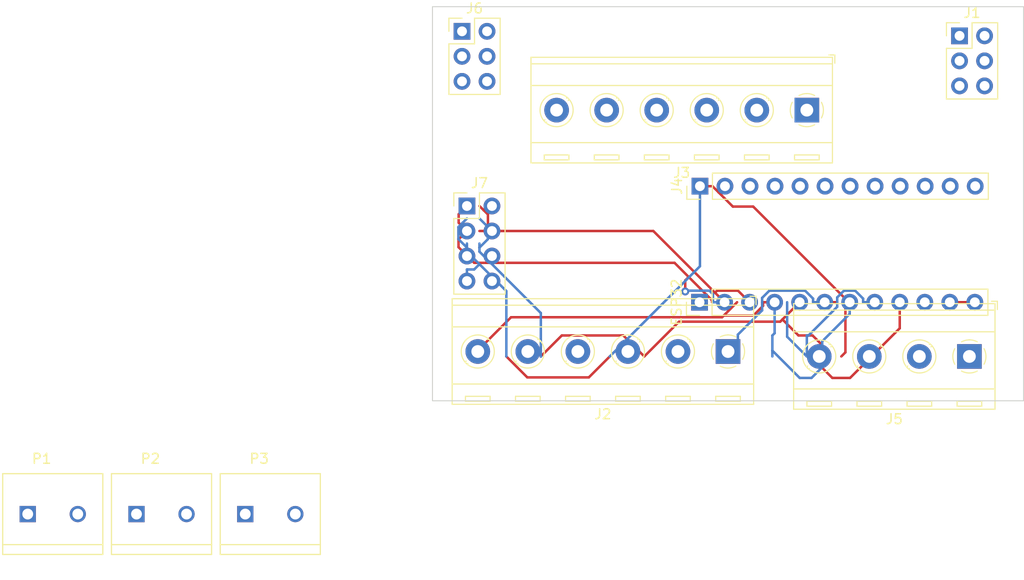
<source format=kicad_pcb>
(kicad_pcb (version 20240108) (generator "pcbnew") (generator_version "8.0")
  (layers (0 "F.Cu" signal) (31 "B.Cu" signal) (34 "B.Paste" user "B.Plakken") (35 "F.Paste" user "F.Plakken") (36 "B.SilkS" user "B.Silkscreen") (37 "F.SilkS" user "F.Silkscreen") (38 "B.Mask" user) (39 "F.Mask" user "F. masker") (44 "Edge.Cuts" user))
  (net 0 "")
  (net 1 "/0")
  (net 3 "Net-(ESP32-Pin_7)")
  (net 4 "/3")
  (net 6 "cccc")
  (net 7 "SCK")
  (net 8 "Net-(ESP32-Pin_11)")
  (net 9 "+5V")
  (net 10 "SDA")
  (net 11 "Net-(ESP32-Pin_8)")
  (net 18 "GND")
  (footprint "Connector_PinHeader_2.54mm:PinHeader_2x04_P2.54mm_Vertical" (layer "F.Cu") (at 82.5 41.23)
    (property "Reference" "J7" (at 1.27 -2.33 0) (layer "F.SilkS"))
    (property "Value" "I2C")
    (fp_line (start -1.33 -1.33) (end 0 -1.33) (stroke (width 0.12)) (layer "F.SilkS"))
    (fp_line (start -1.33 0) (end -1.33 -1.33) (stroke (width 0.12)) (layer "F.SilkS"))
    (fp_line (start -1.33 1.27) (end -1.33 8.95) (stroke (width 0.12)) (layer "F.SilkS"))
    (fp_line (start -1.33 1.27) (end 1.27 1.27) (stroke (width 0.12)) (layer "F.SilkS"))
    (fp_line (start -1.33 8.95) (end 3.87 8.95) (stroke (width 0.12)) (layer "F.SilkS"))
    (fp_line (start 1.27 -1.33) (end 3.87 -1.33) (stroke (width 0.12)) (layer "F.SilkS"))
    (fp_line (start 1.27 1.27) (end 1.27 -1.33) (stroke (width 0.12)) (layer "F.SilkS"))
    (fp_line (start 3.87 -1.33) (end 3.87 8.95) (stroke (width 0.12)) (layer "F.SilkS"))
    (pad "1" thru_hole rect (at 0 0) (size 1.7 1.7) (drill 1) (layers "*.Cu" "*.Mask") (net 10 "SDA"))
    (pad "2" thru_hole oval (at 2.54 0) (size 1.7 1.7) (drill 1) (layers "*.Cu" "*.Mask") (net 7 "SCK"))
    (pad "3" thru_hole oval (at 0 2.54) (size 1.7 1.7) (drill 1) (layers "*.Cu" "*.Mask") (net 18 "GND"))
    (pad "4" thru_hole oval (at 2.54 2.54) (size 1.7 1.7) (drill 1) (layers "*.Cu" "*.Mask") (net 9 "+5V"))
    (pad "5" thru_hole oval (at 0 5.08) (size 1.7 1.7) (drill 1) (layers "*.Cu" "*.Mask") (net 10 "SDA"))
    (pad "6" thru_hole oval (at 2.54 5.08) (size 1.7 1.7) (drill 1) (layers "*.Cu" "*.Mask") (net 7 "SCK"))
    (pad "7" thru_hole oval (at 0 7.62) (size 1.7 1.7) (drill 1) (layers "*.Cu" "*.Mask") (net 18 "GND"))
    (pad "8" thru_hole oval (at 2.54 7.62) (size 1.7 1.7) (drill 1) (layers "*.Cu" "*.Mask") (net 9 "+5V"))
  )
  (footprint "282837-2:TE_282837-2" (layer "F.Cu") (at 62.54 72.5)
    (property "Reference" "P3" (at -1.127255 -5.614945 0) (layer "F.SilkS") (effects (font (size 1.002039 1.002039))))
    (property "Value" "282837-2")
    (fp_line (start -5.08 -4.1) (end 5.08 -4.1) (stroke (width 0.127)) (layer "F.SilkS"))
    (fp_line (start -5.08 3.1) (end -5.08 -4.1) (stroke (width 0.127)) (layer "F.SilkS"))
    (fp_line (start -5.08 3.1) (end 5.08 3.1) (stroke (width 0.127)) (layer "F.SilkS"))
    (fp_line (start -5.08 4.1) (end -5.08 3.1) (stroke (width 0.127)) (layer "F.SilkS"))
    (fp_line (start 5.08 -4.1) (end 5.08 3.1) (stroke (width 0.127)) (layer "F.SilkS"))
    (fp_line (start 5.08 3.1) (end 5.08 4.1) (stroke (width 0.127)) (layer "F.SilkS"))
    (fp_line (start 5.08 4.1) (end -5.08 4.1) (stroke (width 0.127)) (layer "F.SilkS"))
    (pad "1" thru_hole rect (at -2.54 0) (size 1.65 1.65) (drill 1.1) (layers "*.Cu" "*.Mask"))
    (pad "2" thru_hole circle (at 2.54 0) (size 1.65 1.65) (drill 1.1) (layers "*.Cu" "*.Mask"))
  )
  (footprint "282837-2:TE_282837-2" (layer "F.Cu") (at 51.5 72.5)
    (property "Reference" "P2" (at -1.127255 -5.614945 0) (layer "F.SilkS") (effects (font (size 1.002039 1.002039))))
    (property "Value" "282837-2")
    (fp_line (start -5.08 -4.1) (end 5.08 -4.1) (stroke (width 0.127)) (layer "F.SilkS"))
    (fp_line (start -5.08 3.1) (end -5.08 -4.1) (stroke (width 0.127)) (layer "F.SilkS"))
    (fp_line (start -5.08 3.1) (end 5.08 3.1) (stroke (width 0.127)) (layer "F.SilkS"))
    (fp_line (start -5.08 4.1) (end -5.08 3.1) (stroke (width 0.127)) (layer "F.SilkS"))
    (fp_line (start 5.08 -4.1) (end 5.08 3.1) (stroke (width 0.127)) (layer "F.SilkS"))
    (fp_line (start 5.08 3.1) (end 5.08 4.1) (stroke (width 0.127)) (layer "F.SilkS"))
    (fp_line (start 5.08 4.1) (end -5.08 4.1) (stroke (width 0.127)) (layer "F.SilkS"))
    (pad "1" thru_hole rect (at -2.54 0) (size 1.65 1.65) (drill 1.1) (layers "*.Cu" "*.Mask"))
    (pad "2" thru_hole circle (at 2.54 0) (size 1.65 1.65) (drill 1.1) (layers "*.Cu" "*.Mask"))
  )
  (footprint "Connector_PinHeader_2.54mm:PinHeader_1x12_P2.54mm_Vertical" (layer "F.Cu") (at 106.15 39.22 90)
    (property "Reference" "J4" (at 0 -2.33 90) (layer "F.SilkS"))
    (property "Value" "Conn_01x12_Female")
    (fp_line (start -1.33 -1.33) (end 0 -1.33) (stroke (width 0.12)) (layer "F.SilkS"))
    (fp_line (start -1.33 0) (end -1.33 -1.33) (stroke (width 0.12)) (layer "F.SilkS"))
    (fp_line (start 1.33 1.27) (end 1.33 29.27) (stroke (width 0.12)) (layer "F.SilkS"))
    (fp_line (start -1.33 1.27) (end 1.33 1.27) (stroke (width 0.12)) (layer "F.SilkS"))
    (fp_line (start -1.33 1.27) (end -1.33 29.27) (stroke (width 0.12)) (layer "F.SilkS"))
    (fp_line (start -1.33 29.27) (end 1.33 29.27) (stroke (width 0.12)) (layer "F.SilkS"))
    (pad "1" thru_hole rect (at 0 0 90) (size 1.7 1.7) (drill 1) (layers "*.Cu" "*.Mask") (net 18 "GND"))
    (pad "2" thru_hole oval (at 0 2.54 90) (size 1.7 1.7) (drill 1) (layers "*.Cu" "*.Mask") (net 18 "GND"))
    (pad "3" thru_hole oval (at 0 5.08 90) (size 1.7 1.7) (drill 1) (layers "*.Cu" "*.Mask"))
    (pad "4" thru_hole oval (at 0 7.62 90) (size 1.7 1.7) (drill 1) (layers "*.Cu" "*.Mask"))
    (pad "5" thru_hole oval (at 0 10.16 90) (size 1.7 1.7) (drill 1) (layers "*.Cu" "*.Mask"))
    (pad "6" thru_hole oval (at 0 12.7 90) (size 1.7 1.7) (drill 1) (layers "*.Cu" "*.Mask"))
    (pad "7" thru_hole oval (at 0 15.24 90) (size 1.7 1.7) (drill 1) (layers "*.Cu" "*.Mask"))
    (pad "8" thru_hole oval (at 0 17.78 90) (size 1.7 1.7) (drill 1) (layers "*.Cu" "*.Mask"))
    (pad "9" thru_hole oval (at 0 20.32 90) (size 1.7 1.7) (drill 1) (layers "*.Cu" "*.Mask"))
    (pad "10" thru_hole oval (at 0 22.86 90) (size 1.7 1.7) (drill 1) (layers "*.Cu" "*.Mask"))
    (pad "11" thru_hole oval (at 0 25.4 90) (size 1.7 1.7) (drill 1) (layers "*.Cu" "*.Mask"))
    (pad "12" thru_hole oval (at 0 27.94 90) (size 1.7 1.7) (drill 1) (layers "*.Cu" "*.Mask"))
  )
  (footprint "Connector_PinHeader_2.54mm:PinHeader_1x12_P2.54mm_Vertical" (layer "F.Cu") (at 106.11 51 90)
    (property "Reference" "ESP32" (at 0 -2.33 90) (layer "F.SilkS"))
    (property "Value" "Conn_01x12_Female")
    (fp_line (start -1.33 -1.33) (end 0 -1.33) (stroke (width 0.12)) (layer "F.SilkS"))
    (fp_line (start -1.33 0) (end -1.33 -1.33) (stroke (width 0.12)) (layer "F.SilkS"))
    (fp_line (start 1.33 1.27) (end 1.33 29.27) (stroke (width 0.12)) (layer "F.SilkS"))
    (fp_line (start -1.33 1.27) (end 1.33 1.27) (stroke (width 0.12)) (layer "F.SilkS"))
    (fp_line (start -1.33 1.27) (end -1.33 29.27) (stroke (width 0.12)) (layer "F.SilkS"))
    (fp_line (start -1.33 29.27) (end 1.33 29.27) (stroke (width 0.12)) (layer "F.SilkS"))
    (pad "1" thru_hole rect (at 0 0 90) (size 1.7 1.7) (drill 1) (layers "*.Cu" "*.Mask") (net 1 "/0"))
    (pad "2" thru_hole oval (at 0 2.54 90) (size 1.7 1.7) (drill 1) (layers "*.Cu" "*.Mask") (net 10 "SDA"))
    (pad "3" thru_hole oval (at 0 5.08 90) (size 1.7 1.7) (drill 1) (layers "*.Cu" "*.Mask") (net 7 "SCK"))
    (pad "4" thru_hole oval (at 0 7.62 90) (size 1.7 1.7) (drill 1) (layers "*.Cu" "*.Mask") (net 4 "/3"))
    (pad "5" thru_hole oval (at 0 10.16 90) (size 1.7 1.7) (drill 1) (layers "*.Cu" "*.Mask"))
    (pad "6" thru_hole oval (at 0 12.7 90) (size 1.7 1.7) (drill 1) (layers "*.Cu" "*.Mask") (net 6 "cccc"))
    (pad "7" thru_hole oval (at 0 15.24 90) (size 1.7 1.7) (drill 1) (layers "*.Cu" "*.Mask") (net 3 "Net-(ESP32-Pin_7)"))
    (pad "8" thru_hole oval (at 0 17.78 90) (size 1.7 1.7) (drill 1) (layers "*.Cu" "*.Mask") (net 11 "Net-(ESP32-Pin_8)"))
    (pad "9" thru_hole oval (at 0 20.32 90) (size 1.7 1.7) (drill 1) (layers "*.Cu" "*.Mask") (net 9 "+5V"))
    (pad "10" thru_hole oval (at 0 22.86 90) (size 1.7 1.7) (drill 1) (layers "*.Cu" "*.Mask"))
    (pad "11" thru_hole oval (at 0 25.4 90) (size 1.7 1.7) (drill 1) (layers "*.Cu" "*.Mask") (net 8 "Net-(ESP32-Pin_11)"))
    (pad "12" thru_hole oval (at 0 27.94 90) (size 1.7 1.7) (drill 1) (layers "*.Cu" "*.Mask") (net 8 "Net-(ESP32-Pin_11)"))
  )
  (footprint "TerminalBlock_RND:TerminalBlock_RND_205-00291_1x06_P5.08mm_Horizontal" (layer "F.Cu") (at 109 56 180)
    (property "Reference" "J2" (at 12.7 -6.36 180) (layer "F.SilkS"))
    (property "Value" "buzzer en ws2812")
    (fp_line (start 28 -5.36) (end 28 5.36) (stroke (width 0.12)) (layer "F.SilkS"))
    (fp_line (start 26.675 -1.069) (end 26.581 -0.976) (stroke (width 0.12)) (layer "F.SilkS"))
    (fp_line (start 26.65 -5.05) (end 26.65 -4.55) (stroke (width 0.12)) (layer "F.SilkS"))
    (fp_line (start 26.47 -1.275) (end 26.411 -1.216) (stroke (width 0.12)) (layer "F.SilkS"))
    (fp_line (start 24.39 1.216) (end 24.331 1.274) (stroke (width 0.12)) (layer "F.SilkS"))
    (fp_line (start 24.22 0.976) (end 24.126 1.069) (stroke (width 0.12)) (layer "F.SilkS"))
    (fp_line (start 24.15 -4.55) (end 26.65 -4.55) (stroke (width 0.12)) (layer "F.SilkS"))
    (fp_line (start 24.15 -5.05) (end 26.65 -5.05) (stroke (width 0.12)) (layer "F.SilkS"))
    (fp_line (start 24.15 -5.05) (end 24.15 -4.55) (stroke (width 0.12)) (layer "F.SilkS"))
    (fp_line (start 21.595 -1.069) (end 21.501 -0.976) (stroke (width 0.12)) (layer "F.SilkS"))
    (fp_line (start 21.57 -5.05) (end 21.57 -4.55) (stroke (width 0.12)) (layer "F.SilkS"))
    (fp_line (start 21.39 -1.275) (end 21.331 -1.216) (stroke (width 0.12)) (layer "F.SilkS"))
    (fp_line (start 19.31 1.216) (end 19.251 1.274) (stroke (width 0.12)) (layer "F.SilkS"))
    (fp_line (start 19.14 0.976) (end 19.046 1.069) (stroke (width 0.12)) (layer "F.SilkS"))
    (fp_line (start 19.07 -4.55) (end 21.57 -4.55) (stroke (width 0.12)) (layer "F.SilkS"))
    (fp_line (start 19.07 -5.05) (end 21.57 -5.05) (stroke (width 0.12)) (layer "F.SilkS"))
    (fp_line (start 19.07 -5.05) (end 19.07 -4.55) (stroke (width 0.12)) (layer "F.SilkS"))
    (fp_line (start 16.515 -1.069) (end 16.421 -0.976) (stroke (width 0.12)) (layer "F.SilkS"))
    (fp_line (start 16.49 -5.05) (end 16.49 -4.55) (stroke (width 0.12)) (layer "F.SilkS"))
    (fp_line (start 16.31 -1.275) (end 16.251 -1.216) (stroke (width 0.12)) (layer "F.SilkS"))
    (fp_line (start 14.23 1.216) (end 14.171 1.274) (stroke (width 0.12)) (layer "F.SilkS"))
    (fp_line (start 14.06 0.976) (end 13.966 1.069) (stroke (width 0.12)) (layer "F.SilkS"))
    (fp_line (start 13.99 -4.55) (end 16.49 -4.55) (stroke (width 0.12)) (layer "F.SilkS"))
    (fp_line (start 13.99 -5.05) (end 16.49 -5.05) (stroke (width 0.12)) (layer "F.SilkS"))
    (fp_line (start 13.99 -5.05) (end 13.99 -4.55) (stroke (width 0.12)) (layer "F.SilkS"))
    (fp_line (start 11.435 -1.069) (end 11.341 -0.976) (stroke (width 0.12)) (layer "F.SilkS"))
    (fp_line (start 11.41 -5.05) (end 11.41 -4.55) (stroke (width 0.12)) (layer "F.SilkS"))
    (fp_line (start 11.23 -1.275) (end 11.171 -1.216) (stroke (width 0.12)) (layer "F.SilkS"))
    (fp_line (start 9.15 1.216) (end 9.091 1.274) (stroke (width 0.12)) (layer "F.SilkS"))
    (fp_line (start 8.98 0.976) (end 8.886 1.069) (stroke (width 0.12)) (layer "F.SilkS"))
    (fp_line (start 8.91 -4.55) (end 11.41 -4.55) (stroke (width 0.12)) (layer "F.SilkS"))
    (fp_line (start 8.91 -5.05) (end 11.41 -5.05) (stroke (width 0.12)) (layer "F.SilkS"))
    (fp_line (start 8.91 -5.05) (end 8.91 -4.55) (stroke (width 0.12)) (layer "F.SilkS"))
    (fp_line (start 6.355 -1.069) (end 6.261 -0.976) (stroke (width 0.12)) (layer "F.SilkS"))
    (fp_line (start 6.33 -5.05) (end 6.33 -4.55) (stroke (width 0.12)) (layer "F.SilkS"))
    (fp_line (start 6.15 -1.275) (end 6.091 -1.216) (stroke (width 0.12)) (layer "F.SilkS"))
    (fp_line (start 4.07 1.216) (end 4.011 1.274) (stroke (width 0.12)) (layer "F.SilkS"))
    (fp_line (start 3.9 0.976) (end 3.806 1.069) (stroke (width 0.12)) (layer "F.SilkS"))
    (fp_line (start 3.83 -4.55) (end 6.33 -4.55) (stroke (width 0.12)) (layer "F.SilkS"))
    (fp_line (start 3.83 -5.05) (end 6.33 -5.05) (stroke (width 0.12)) (layer "F.SilkS"))
    (fp_line (start 3.83 -5.05) (end 3.83 -4.55) (stroke (width 0.12)) (layer "F.SilkS"))
    (fp_line (start 1.25 -5.05) (end 1.25 -4.55) (stroke (width 0.12)) (layer "F.SilkS"))
    (fp_line (start -1.25 -4.55) (end 1.25 -4.55) (stroke (width 0.12)) (layer "F.SilkS"))
    (fp_line (start -1.25 -5.05) (end 1.25 -5.05) (stroke (width 0.12)) (layer "F.SilkS"))
    (fp_line (start -1.25 -5.05) (end -1.25 -4.55) (stroke (width 0.12)) (layer "F.SilkS"))
    (fp_line (start -2.6 5.36) (end 28 5.36) (stroke (width 0.12)) (layer "F.SilkS"))
    (fp_line (start -2.6 4.7) (end 28 4.7) (stroke (width 0.12)) (layer "F.SilkS"))
    (fp_line (start -2.6 2.5) (end 28 2.5) (stroke (width 0.12)) (layer "F.SilkS"))
    (fp_line (start -2.6 -3.3) (end 28 -3.3) (stroke (width 0.12)) (layer "F.SilkS"))
    (fp_line (start -2.6 -5.36) (end 28 -5.36) (stroke (width 0.12)) (layer "F.SilkS"))
    (fp_line (start -2.6 -5.36) (end -2.6 5.36) (stroke (width 0.12)) (layer "F.SilkS"))
    (fp_line (start -2.84 5.6) (end -2.24 5.6) (stroke (width 0.12)) (layer "F.SilkS"))
    (fp_line (start -2.84 4.76) (end -2.84 5.6) (stroke (width 0.12)) (layer "F.SilkS"))
    (fp_arc (start 1.483953 -0.789089) (mid 1.680708 -0.00005) (end 1.484 0.789) (stroke (width 0.12)) (layer "F.SilkS"))
    (fp_arc (start 0.788712 1.483352) (mid 0.406429 1.630097) (end 0 1.68) (stroke (width 0.12)) (layer "F.SilkS"))
    (fp_arc (start 0.029383 1.68045) (mid -0.392304 1.634281) (end -0.789 1.484) (stroke (width 0.12)) (layer "F.SilkS"))
    (fp_arc (start -0.789089 -1.483953) (mid -0.00005 -1.680708) (end 0.789 -1.484) (stroke (width 0.12)) (layer "F.SilkS"))
    (fp_arc (start -1.483953 0.789089) (mid -1.680708 0.00005) (end -1.484 -0.789) (stroke (width 0.12)) (layer "F.SilkS"))
    (fp_circle (center 25.4 0) (end 27.08 0) (stroke (width 0.12)) (fill none) (layer "F.SilkS"))
    (fp_circle (center 20.32 0) (end 22 0) (stroke (width 0.12)) (fill none) (layer "F.SilkS"))
    (fp_circle (center 15.24 0) (end 16.92 0) (stroke (width 0.12)) (fill none) (layer "F.SilkS"))
    (fp_circle (center 10.16 0) (end 11.84 0) (stroke (width 0.12)) (fill none) (layer "F.SilkS"))
    (fp_circle (center 5.08 0) (end 6.76 0) (stroke (width 0.12)) (fill none) (layer "F.SilkS"))
    (pad "1" thru_hole rect (at 0 0 180) (size 2.5 2.5) (drill 1.3) (layers "*.Cu" "*.Mask") (net 9 "+5V"))
    (pad "2" thru_hole circle (at 5.08 0 180) (size 2.5 2.5) (drill 1.3) (layers "*.Cu" "*.Mask") (net 18 "GND"))
    (pad "3" thru_hole circle (at 10.16 0 180) (size 2.5 2.5) (drill 1.3) (layers "*.Cu" "*.Mask"))
    (pad "4" thru_hole circle (at 15.24 0 180) (size 2.5 2.5) (drill 1.3) (layers "*.Cu" "*.Mask") (net 9 "+5V"))
    (pad "5" thru_hole circle (at 20.32 0 180) (size 2.5 2.5) (drill 1.3) (layers "*.Cu" "*.Mask") (net 18 "GND"))
    (pad "6" thru_hole circle (at 25.4 0 180) (size 2.5 2.5) (drill 1.3) (layers "*.Cu" "*.Mask") (net 4 "/3"))
  )
  (footprint "TerminalBlock_RND:TerminalBlock_RND_205-00289_1x04_P5.08mm_Horizontal" (layer "F.Cu") (at 133.5 56.5 180)
    (property "Reference" "J5" (at 7.62 -6.36 180) (layer "F.SilkS"))
    (property "Value" "schakelaars")
    (fp_line (start 17.84 -5.36) (end 17.84 5.36) (stroke (width 0.12)) (layer "F.SilkS"))
    (fp_line (start 16.515 -1.069) (end 16.421 -0.976) (stroke (width 0.12)) (layer "F.SilkS"))
    (fp_line (start 16.49 -5.05) (end 16.49 -4.55) (stroke (width 0.12)) (layer "F.SilkS"))
    (fp_line (start 16.31 -1.275) (end 16.251 -1.216) (stroke (width 0.12)) (layer "F.SilkS"))
    (fp_line (start 14.23 1.216) (end 14.171 1.274) (stroke (width 0.12)) (layer "F.SilkS"))
    (fp_line (start 14.06 0.976) (end 13.966 1.069) (stroke (width 0.12)) (layer "F.SilkS"))
    (fp_line (start 13.99 -4.55) (end 16.49 -4.55) (stroke (width 0.12)) (layer "F.SilkS"))
    (fp_line (start 13.99 -5.05) (end 16.49 -5.05) (stroke (width 0.12)) (layer "F.SilkS"))
    (fp_line (start 13.99 -5.05) (end 13.99 -4.55) (stroke (width 0.12)) (layer "F.SilkS"))
    (fp_line (start 11.435 -1.069) (end 11.341 -0.976) (stroke (width 0.12)) (layer "F.SilkS"))
    (fp_line (start 11.41 -5.05) (end 11.41 -4.55) (stroke (width 0.12)) (layer "F.SilkS"))
    (fp_line (start 11.23 -1.275) (end 11.171 -1.216) (stroke (width 0.12)) (layer "F.SilkS"))
    (fp_line (start 9.15 1.216) (end 9.091 1.274) (stroke (width 0.12)) (layer "F.SilkS"))
    (fp_line (start 8.98 0.976) (end 8.886 1.069) (stroke (width 0.12)) (layer "F.SilkS"))
    (fp_line (start 8.91 -4.55) (end 11.41 -4.55) (stroke (width 0.12)) (layer "F.SilkS"))
    (fp_line (start 8.91 -5.05) (end 11.41 -5.05) (stroke (width 0.12)) (layer "F.SilkS"))
    (fp_line (start 8.91 -5.05) (end 8.91 -4.55) (stroke (width 0.12)) (layer "F.SilkS"))
    (fp_line (start 6.355 -1.069) (end 6.261 -0.976) (stroke (width 0.12)) (layer "F.SilkS"))
    (fp_line (start 6.33 -5.05) (end 6.33 -4.55) (stroke (width 0.12)) (layer "F.SilkS"))
    (fp_line (start 6.15 -1.275) (end 6.091 -1.216) (stroke (width 0.12)) (layer "F.SilkS"))
    (fp_line (start 4.07 1.216) (end 4.011 1.274) (stroke (width 0.12)) (layer "F.SilkS"))
    (fp_line (start 3.9 0.976) (end 3.806 1.069) (stroke (width 0.12)) (layer "F.SilkS"))
    (fp_line (start 3.83 -4.55) (end 6.33 -4.55) (stroke (width 0.12)) (layer "F.SilkS"))
    (fp_line (start 3.83 -5.05) (end 6.33 -5.05) (stroke (width 0.12)) (layer "F.SilkS"))
    (fp_line (start 3.83 -5.05) (end 3.83 -4.55) (stroke (width 0.12)) (layer "F.SilkS"))
    (fp_line (start 1.25 -5.05) (end 1.25 -4.55) (stroke (width 0.12)) (layer "F.SilkS"))
    (fp_line (start -1.25 -4.55) (end 1.25 -4.55) (stroke (width 0.12)) (layer "F.SilkS"))
    (fp_line (start -1.25 -5.05) (end 1.25 -5.05) (stroke (width 0.12)) (layer "F.SilkS"))
    (fp_line (start -1.25 -5.05) (end -1.25 -4.55) (stroke (width 0.12)) (layer "F.SilkS"))
    (fp_line (start -2.6 5.36) (end 17.84 5.36) (stroke (width 0.12)) (layer "F.SilkS"))
    (fp_line (start -2.6 4.7) (end 17.84 4.7) (stroke (width 0.12)) (layer "F.SilkS"))
    (fp_line (start -2.6 2.5) (end 17.84 2.5) (stroke (width 0.12)) (layer "F.SilkS"))
    (fp_line (start -2.6 -3.3) (end 17.84 -3.3) (stroke (width 0.12)) (layer "F.SilkS"))
    (fp_line (start -2.6 -5.36) (end 17.84 -5.36) (stroke (width 0.12)) (layer "F.SilkS"))
    (fp_line (start -2.6 -5.36) (end -2.6 5.36) (stroke (width 0.12)) (layer "F.SilkS"))
    (fp_line (start -2.84 5.6) (end -2.24 5.6) (stroke (width 0.12)) (layer "F.SilkS"))
    (fp_line (start -2.84 4.76) (end -2.84 5.6) (stroke (width 0.12)) (layer "F.SilkS"))
    (fp_arc (start 1.483953 -0.789089) (mid 1.680708 -0.00005) (end 1.484 0.789) (stroke (width 0.12)) (layer "F.SilkS"))
    (fp_arc (start 0.788712 1.483352) (mid 0.406429 1.630097) (end 0 1.68) (stroke (width 0.12)) (layer "F.SilkS"))
    (fp_arc (start 0.029383 1.68045) (mid -0.392304 1.634281) (end -0.789 1.484) (stroke (width 0.12)) (layer "F.SilkS"))
    (fp_arc (start -0.789089 -1.483953) (mid -0.00005 -1.680708) (end 0.789 -1.484) (stroke (width 0.12)) (layer "F.SilkS"))
    (fp_arc (start -1.483953 0.789089) (mid -1.680708 0.00005) (end -1.484 -0.789) (stroke (width 0.12)) (layer "F.SilkS"))
    (fp_circle (center 15.24 0) (end 16.92 0) (stroke (width 0.12)) (fill none) (layer "F.SilkS"))
    (fp_circle (center 10.16 0) (end 11.84 0) (stroke (width 0.12)) (fill none) (layer "F.SilkS"))
    (fp_circle (center 5.08 0) (end 6.76 0) (stroke (width 0.12)) (fill none) (layer "F.SilkS"))
    (pad "1" thru_hole rect (at 0 0 180) (size 2.5 2.5) (drill 1.3) (layers "*.Cu" "*.Mask") (net 18 "GND"))
    (pad "2" thru_hole circle (at 5.08 0 180) (size 2.5 2.5) (drill 1.3) (layers "*.Cu" "*.Mask") (net 11 "Net-(ESP32-Pin_8)"))
    (pad "3" thru_hole circle (at 10.16 0 180) (size 2.5 2.5) (drill 1.3) (layers "*.Cu" "*.Mask") (net 3 "Net-(ESP32-Pin_7)"))
    (pad "4" thru_hole circle (at 15.24 0 180) (size 2.5 2.5) (drill 1.3) (layers "*.Cu" "*.Mask") (net 6 "cccc"))
  )
  (footprint "TerminalBlock_RND:TerminalBlock_RND_205-00291_1x06_P5.08mm_Horizontal" (layer "F.Cu") (at 117 31.5 180)
    (property "Reference" "J3" (at 12.7 -6.36 180) (layer "F.SilkS"))
    (property "Value" "Screw_Terminal_01x06")
    (fp_line (start 28 -5.36) (end 28 5.36) (stroke (width 0.12)) (layer "F.SilkS"))
    (fp_line (start 26.675 -1.069) (end 26.581 -0.976) (stroke (width 0.12)) (layer "F.SilkS"))
    (fp_line (start 26.65 -5.05) (end 26.65 -4.55) (stroke (width 0.12)) (layer "F.SilkS"))
    (fp_line (start 26.47 -1.275) (end 26.411 -1.216) (stroke (width 0.12)) (layer "F.SilkS"))
    (fp_line (start 24.39 1.216) (end 24.331 1.274) (stroke (width 0.12)) (layer "F.SilkS"))
    (fp_line (start 24.22 0.976) (end 24.126 1.069) (stroke (width 0.12)) (layer "F.SilkS"))
    (fp_line (start 24.15 -4.55) (end 26.65 -4.55) (stroke (width 0.12)) (layer "F.SilkS"))
    (fp_line (start 24.15 -5.05) (end 26.65 -5.05) (stroke (width 0.12)) (layer "F.SilkS"))
    (fp_line (start 24.15 -5.05) (end 24.15 -4.55) (stroke (width 0.12)) (layer "F.SilkS"))
    (fp_line (start 21.595 -1.069) (end 21.501 -0.976) (stroke (width 0.12)) (layer "F.SilkS"))
    (fp_line (start 21.57 -5.05) (end 21.57 -4.55) (stroke (width 0.12)) (layer "F.SilkS"))
    (fp_line (start 21.39 -1.275) (end 21.331 -1.216) (stroke (width 0.12)) (layer "F.SilkS"))
    (fp_line (start 19.31 1.216) (end 19.251 1.274) (stroke (width 0.12)) (layer "F.SilkS"))
    (fp_line (start 19.14 0.976) (end 19.046 1.069) (stroke (width 0.12)) (layer "F.SilkS"))
    (fp_line (start 19.07 -4.55) (end 21.57 -4.55) (stroke (width 0.12)) (layer "F.SilkS"))
    (fp_line (start 19.07 -5.05) (end 21.57 -5.05) (stroke (width 0.12)) (layer "F.SilkS"))
    (fp_line (start 19.07 -5.05) (end 19.07 -4.55) (stroke (width 0.12)) (layer "F.SilkS"))
    (fp_line (start 16.515 -1.069) (end 16.421 -0.976) (stroke (width 0.12)) (layer "F.SilkS"))
    (fp_line (start 16.49 -5.05) (end 16.49 -4.55) (stroke (width 0.12)) (layer "F.SilkS"))
    (fp_line (start 16.31 -1.275) (end 16.251 -1.216) (stroke (width 0.12)) (layer "F.SilkS"))
    (fp_line (start 14.23 1.216) (end 14.171 1.274) (stroke (width 0.12)) (layer "F.SilkS"))
    (fp_line (start 14.06 0.976) (end 13.966 1.069) (stroke (width 0.12)) (layer "F.SilkS"))
    (fp_line (start 13.99 -4.55) (end 16.49 -4.55) (stroke (width 0.12)) (layer "F.SilkS"))
    (fp_line (start 13.99 -5.05) (end 16.49 -5.05) (stroke (width 0.12)) (layer "F.SilkS"))
    (fp_line (start 13.99 -5.05) (end 13.99 -4.55) (stroke (width 0.12)) (layer "F.SilkS"))
    (fp_line (start 11.435 -1.069) (end 11.341 -0.976) (stroke (width 0.12)) (layer "F.SilkS"))
    (fp_line (start 11.41 -5.05) (end 11.41 -4.55) (stroke (width 0.12)) (layer "F.SilkS"))
    (fp_line (start 11.23 -1.275) (end 11.171 -1.216) (stroke (width 0.12)) (layer "F.SilkS"))
    (fp_line (start 9.15 1.216) (end 9.091 1.274) (stroke (width 0.12)) (layer "F.SilkS"))
    (fp_line (start 8.98 0.976) (end 8.886 1.069) (stroke (width 0.12)) (layer "F.SilkS"))
    (fp_line (start 8.91 -4.55) (end 11.41 -4.55) (stroke (width 0.12)) (layer "F.SilkS"))
    (fp_line (start 8.91 -5.05) (end 11.41 -5.05) (stroke (width 0.12)) (layer "F.SilkS"))
    (fp_line (start 8.91 -5.05) (end 8.91 -4.55) (stroke (width 0.12)) (layer "F.SilkS"))
    (fp_line (start 6.355 -1.069) (end 6.261 -0.976) (stroke (width 0.12)) (layer "F.SilkS"))
    (fp_line (start 6.33 -5.05) (end 6.33 -4.55) (stroke (width 0.12)) (layer "F.SilkS"))
    (fp_line (start 6.15 -1.275) (end 6.091 -1.216) (stroke (width 0.12)) (layer "F.SilkS"))
    (fp_line (start 4.07 1.216) (end 4.011 1.274) (stroke (width 0.12)) (layer "F.SilkS"))
    (fp_line (start 3.9 0.976) (end 3.806 1.069) (stroke (width 0.12)) (layer "F.SilkS"))
    (fp_line (start 3.83 -4.55) (end 6.33 -4.55) (stroke (width 0.12)) (layer "F.SilkS"))
    (fp_line (start 3.83 -5.05) (end 6.33 -5.05) (stroke (width 0.12)) (layer "F.SilkS"))
    (fp_line (start 3.83 -5.05) (end 3.83 -4.55) (stroke (width 0.12)) (layer "F.SilkS"))
    (fp_line (start 1.25 -5.05) (end 1.25 -4.55) (stroke (width 0.12)) (layer "F.SilkS"))
    (fp_line (start -1.25 -4.55) (end 1.25 -4.55) (stroke (width 0.12)) (layer "F.SilkS"))
    (fp_line (start -1.25 -5.05) (end 1.25 -5.05) (stroke (width 0.12)) (layer "F.SilkS"))
    (fp_line (start -1.25 -5.05) (end -1.25 -4.55) (stroke (width 0.12)) (layer "F.SilkS"))
    (fp_line (start -2.6 5.36) (end 28 5.36) (stroke (width 0.12)) (layer "F.SilkS"))
    (fp_line (start -2.6 4.7) (end 28 4.7) (stroke (width 0.12)) (layer "F.SilkS"))
    (fp_line (start -2.6 2.5) (end 28 2.5) (stroke (width 0.12)) (layer "F.SilkS"))
    (fp_line (start -2.6 -3.3) (end 28 -3.3) (stroke (width 0.12)) (layer "F.SilkS"))
    (fp_line (start -2.6 -5.36) (end 28 -5.36) (stroke (width 0.12)) (layer "F.SilkS"))
    (fp_line (start -2.6 -5.36) (end -2.6 5.36) (stroke (width 0.12)) (layer "F.SilkS"))
    (fp_line (start -2.84 5.6) (end -2.24 5.6) (stroke (width 0.12)) (layer "F.SilkS"))
    (fp_line (start -2.84 4.76) (end -2.84 5.6) (stroke (width 0.12)) (layer "F.SilkS"))
    (fp_arc (start 1.483953 -0.789089) (mid 1.680708 -0.00005) (end 1.484 0.789) (stroke (width 0.12)) (layer "F.SilkS"))
    (fp_arc (start 0.788712 1.483352) (mid 0.406429 1.630097) (end 0 1.68) (stroke (width 0.12)) (layer "F.SilkS"))
    (fp_arc (start 0.029383 1.68045) (mid -0.392304 1.634281) (end -0.789 1.484) (stroke (width 0.12)) (layer "F.SilkS"))
    (fp_arc (start -0.789089 -1.483953) (mid -0.00005 -1.680708) (end 0.789 -1.484) (stroke (width 0.12)) (layer "F.SilkS"))
    (fp_arc (start -1.483953 0.789089) (mid -1.680708 0.00005) (end -1.484 -0.789) (stroke (width 0.12)) (layer "F.SilkS"))
    (fp_circle (center 25.4 0) (end 27.08 0) (stroke (width 0.12)) (fill none) (layer "F.SilkS"))
    (fp_circle (center 20.32 0) (end 22 0) (stroke (width 0.12)) (fill none) (layer "F.SilkS"))
    (fp_circle (center 15.24 0) (end 16.92 0) (stroke (width 0.12)) (fill none) (layer "F.SilkS"))
    (fp_circle (center 10.16 0) (end 11.84 0) (stroke (width 0.12)) (fill none) (layer "F.SilkS"))
    (fp_circle (center 5.08 0) (end 6.76 0) (stroke (width 0.12)) (fill none) (layer "F.SilkS"))
    (pad "1" thru_hole rect (at 0 0 180) (size 2.5 2.5) (drill 1.3) (layers "*.Cu" "*.Mask"))
    (pad "2" thru_hole circle (at 5.08 0 180) (size 2.5 2.5) (drill 1.3) (layers "*.Cu" "*.Mask"))
    (pad "3" thru_hole circle (at 10.16 0 180) (size 2.5 2.5) (drill 1.3) (layers "*.Cu" "*.Mask"))
    (pad "4" thru_hole circle (at 15.24 0 180) (size 2.5 2.5) (drill 1.3) (layers "*.Cu" "*.Mask"))
    (pad "5" thru_hole circle (at 20.32 0 180) (size 2.5 2.5) (drill 1.3) (layers "*.Cu" "*.Mask"))
    (pad "6" thru_hole circle (at 25.4 0 180) (size 2.5 2.5) (drill 1.3) (layers "*.Cu" "*.Mask"))
  )
  (footprint "282837-2:TE_282837-2" (layer "F.Cu") (at 40.46 72.5)
    (property "Reference" "P1" (at -1.127255 -5.614945 0) (layer "F.SilkS") (effects (font (size 1.002039 1.002039))))
    (property "Value" "282837-2")
    (fp_line (start -5.08 -4.1) (end 5.08 -4.1) (stroke (width 0.127)) (layer "F.SilkS"))
    (fp_line (start -5.08 3.1) (end -5.08 -4.1) (stroke (width 0.127)) (layer "F.SilkS"))
    (fp_line (start -5.08 3.1) (end 5.08 3.1) (stroke (width 0.127)) (layer "F.SilkS"))
    (fp_line (start -5.08 4.1) (end -5.08 3.1) (stroke (width 0.127)) (layer "F.SilkS"))
    (fp_line (start 5.08 -4.1) (end 5.08 3.1) (stroke (width 0.127)) (layer "F.SilkS"))
    (fp_line (start 5.08 3.1) (end 5.08 4.1) (stroke (width 0.127)) (layer "F.SilkS"))
    (fp_line (start 5.08 4.1) (end -5.08 4.1) (stroke (width 0.127)) (layer "F.SilkS"))
    (pad "1" thru_hole rect (at -2.54 0) (size 1.65 1.65) (drill 1.1) (layers "*.Cu" "*.Mask"))
    (pad "2" thru_hole circle (at 2.54 0) (size 1.65 1.65) (drill 1.1) (layers "*.Cu" "*.Mask"))
  )
  (footprint "Connector_PinHeader_2.54mm:PinHeader_2x03_P2.54mm_Vertical" (layer "F.Cu") (at 82 23.5)
    (property "Reference" "J6" (at 1.27 -2.33 0) (layer "F.SilkS"))
    (property "Value" "3.3 volt")
    (fp_line (start -1.33 -1.33) (end 0 -1.33) (stroke (width 0.12)) (layer "F.SilkS"))
    (fp_line (start -1.33 0) (end -1.33 -1.33) (stroke (width 0.12)) (layer "F.SilkS"))
    (fp_line (start -1.33 1.27) (end -1.33 6.41) (stroke (width 0.12)) (layer "F.SilkS"))
    (fp_line (start -1.33 1.27) (end 1.27 1.27) (stroke (width 0.12)) (layer "F.SilkS"))
    (fp_line (start -1.33 6.41) (end 3.87 6.41) (stroke (width 0.12)) (layer "F.SilkS"))
    (fp_line (start 1.27 -1.33) (end 3.87 -1.33) (stroke (width 0.12)) (layer "F.SilkS"))
    (fp_line (start 1.27 1.27) (end 1.27 -1.33) (stroke (width 0.12)) (layer "F.SilkS"))
    (fp_line (start 3.87 -1.33) (end 3.87 6.41) (stroke (width 0.12)) (layer "F.SilkS"))
    (pad "1" thru_hole rect (at 0 0) (size 1.7 1.7) (drill 1) (layers "*.Cu" "*.Mask"))
    (pad "2" thru_hole oval (at 2.54 0) (size 1.7 1.7) (drill 1) (layers "*.Cu" "*.Mask"))
    (pad "3" thru_hole oval (at 0 2.54) (size 1.7 1.7) (drill 1) (layers "*.Cu" "*.Mask"))
    (pad "4" thru_hole oval (at 2.54 2.54) (size 1.7 1.7) (drill 1) (layers "*.Cu" "*.Mask"))
    (pad "5" thru_hole oval (at 0 5.08) (size 1.7 1.7) (drill 1) (layers "*.Cu" "*.Mask"))
    (pad "6" thru_hole oval (at 2.54 5.08) (size 1.7 1.7) (drill 1) (layers "*.Cu" "*.Mask"))
  )
  (footprint "Connector_PinHeader_2.54mm:PinHeader_2x03_P2.54mm_Vertical" (layer "F.Cu") (at 132.5 23.96)
    (property "Reference" "J1" (at 1.27 -2.33 0) (layer "F.SilkS"))
    (property "Value" "5 volt")
    (fp_line (start -1.33 -1.33) (end 0 -1.33) (stroke (width 0.12)) (layer "F.SilkS"))
    (fp_line (start -1.33 0) (end -1.33 -1.33) (stroke (width 0.12)) (layer "F.SilkS"))
    (fp_line (start -1.33 1.27) (end -1.33 6.41) (stroke (width 0.12)) (layer "F.SilkS"))
    (fp_line (start -1.33 1.27) (end 1.27 1.27) (stroke (width 0.12)) (layer "F.SilkS"))
    (fp_line (start -1.33 6.41) (end 3.87 6.41) (stroke (width 0.12)) (layer "F.SilkS"))
    (fp_line (start 1.27 -1.33) (end 3.87 -1.33) (stroke (width 0.12)) (layer "F.SilkS"))
    (fp_line (start 1.27 1.27) (end 1.27 -1.33) (stroke (width 0.12)) (layer "F.SilkS"))
    (fp_line (start 3.87 -1.33) (end 3.87 6.41) (stroke (width 0.12)) (layer "F.SilkS"))
    (pad "1" thru_hole rect (at 0 0) (size 1.7 1.7) (drill 1) (layers "*.Cu" "*.Mask"))
    (pad "2" thru_hole oval (at 2.54 0) (size 1.7 1.7) (drill 1) (layers "*.Cu" "*.Mask"))
    (pad "3" thru_hole oval (at 0 2.54) (size 1.7 1.7) (drill 1) (layers "*.Cu" "*.Mask"))
    (pad "4" thru_hole oval (at 2.54 2.54) (size 1.7 1.7) (drill 1) (layers "*.Cu" "*.Mask"))
    (pad "5" thru_hole oval (at 0 5.08) (size 1.7 1.7) (drill 1) (layers "*.Cu" "*.Mask"))
    (pad "6" thru_hole oval (at 2.54 5.08) (size 1.7 1.7) (drill 1) (layers "*.Cu" "*.Mask"))
  )
  (gr_rect (start 79 21) (end 139 61) (stroke (width 0.1)) (fill none) (layer "Edge.Cuts"))
  (segment (start 116.2764 58.6835) (end 117.4749 58.6835) (width 0.25) (layer "B.Cu") (net 3))
  (segment (start 117.4749 58.6835) (end 118.559 57.5994) (width 0.25) (layer "B.Cu") (net 3))
  (segment (start 113.5 55.9071) (end 113.5 54.3733) (width 0.25) (layer "B.Cu") (net 3))
  (segment (start 118.559 54.9677) (end 121.35 52.1767) (width 0.25) (layer "B.Cu") (net 3))
  (segment (start 113.5 54.3733) (end 113.73 54.1433) (width 0.25) (layer "B.Cu") (net 3))
  (segment (start 113.5 55.9071) (end 116.2764 58.6835) (width 0.25) (layer "B.Cu") (net 3))
  (segment (start 113.5 56.5) (end 113.5 55.9071) (width 0.25) (layer "B.Cu") (net 3))
  (segment (start 118.559 57.5994) (end 118.559 54.9677) (width 0.25) (layer "B.Cu") (net 3))
  (segment (start 121.35 51) (end 121.35 52.1767) (width 0.25) (layer "B.Cu") (net 3))
  (segment (start 113.73 54.1433) (end 113.73 51) (width 0.25) (layer "B.Cu") (net 3))
  (segment (start 109.92 51) (end 108.5717 52.3483) (width 0.25) (layer "F.Cu") (net 4))
  (segment (start 86.98 52.52) (end 83 56.5) (width 0.25) (layer "F.Cu") (net 4))
  (segment (start 108.5717 52.3483) (end 111.5727 52.3483) (width 0.25) (layer "F.Cu") (net 4))
  (segment (start 112.5533 51.3677) (end 112.5533 51) (width 0.25) (layer "F.Cu") (net 4))
  (segment (start 108.5717 52.3483) (end 108.4 52.52) (width 0.25) (layer "F.Cu") (net 4))
  (segment (start 111.5727 52.3483) (end 112.5533 51.3677) (width 0.25) (layer "F.Cu") (net 4))
  (segment (start 113.73 51) (end 112.5533 51) (width 0.25) (layer "F.Cu") (net 4))
  (segment (start 108.4 52.52) (end 86.98 52.52) (width 0.25) (layer "F.Cu") (net 4))
  (segment (start 120.08 51) (end 118.81 51) (width 0.25) (layer "F.Cu") (net 6))
  (segment (start 112.46 51) (end 112.46 51.8267) (width 0.25) (layer "B.Cu") (net 6))
  (segment (start 117.6333 50.6322) (end 117.6333 51) (width 0.25) (layer "B.Cu") (net 6))
  (segment (start 112.46 50.5593) (end 113.196 49.8233) (width 0.25) (layer "B.Cu") (net 6))
  (segment (start 113.196 49.8233) (end 116.8244 49.8233) (width 0.25) (layer "B.Cu") (net 6))
  (segment (start 112.46 51.8267) (end 110 54.2867) (width 0.25) (layer "B.Cu") (net 6))
  (segment (start 118.81 51) (end 117.6333 51) (width 0.25) (layer "B.Cu") (net 6))
  (segment (start 112.46 51) (end 112.46 50.5593) (width 0.25) (layer "B.Cu") (net 6))
  (segment (start 116.8244 49.8233) (end 117.6333 50.6322) (width 0.25) (layer "B.Cu") (net 6))
  (segment (start 110 54.2867) (end 110 56.5) (width 0.25) (layer "B.Cu") (net 6))
  (segment (start 85.04 41.23) (end 84.6307 41.23) (width 0.25) (layer "F.Cu") (net 7))
  (segment (start 107.6792 50.0291) (end 101.42 43.77) (width 0.25) (layer "F.Cu") (net 7))
  (segment (start 110.0133 49.8233) (end 107.885 49.8233) (width 0.25) (layer "F.Cu") (net 7))
  (segment (start 101.42 43.77) (end 84.6307 43.77) (width 0.25) (layer "F.Cu") (net 7))
  (segment (start 84.6307 42.0907) (end 84.2004 41.6603) (width 0.25) (layer "F.Cu") (net 7))
  (segment (start 84.6307 43.77) (end 83.77 43.77) (width 0.25) (layer "F.Cu") (net 7))
  (segment (start 107.885 49.8233) (end 107.6792 50.0291) (width 0.25) (layer "F.Cu") (net 7))
  (segment (start 84.2004 41.6603) (end 83.77 41.23) (width 0.25) (layer "F.Cu") (net 7))
  (segment (start 111.19 51) (end 110.0133 49.8233) (width 0.25) (layer "F.Cu") (net 7))
  (segment (start 84.6307 43.77) (end 84.6307 42.0907) (width 0.25) (layer "F.Cu") (net 7))
  (segment (start 84.6307 41.23) (end 84.2004 41.6603) (width 0.25) (layer "F.Cu") (net 7))
  (segment (start 108.65 51) (end 107.6792 50.0291) (width 0.25) (layer "F.Cu") (net 7))
  (segment (start 134.05 51) (end 131.51 51) (width 0.25) (layer "F.Cu") (net 8))
  (segment (start 126.43 51) (end 126.43 53.6405) (width 0.25) (layer "F.Cu") (net 9))
  (segment (start 90 56.5) (end 92.1267 54.3733) (width 0.25) (layer "F.Cu") (net 9))
  (segment (start 118.559 57.6537) (end 118.559 55.3504) (width 0.25) (layer "F.Cu") (net 9))
  (segment (start 92.1267 54.3733) (end 98.3733 54.3733) (width 0.25) (layer "F.Cu") (net 9))
  (segment (start 126.43 53.6405) (end 121.3895 58.681) (width 0.25) (layer "F.Cu") (net 9))
  (segment (start 118.559 55.3504) (end 117.5819 54.3733) (width 0.25) (layer "F.Cu") (net 9))
  (segment (start 104.028 52.9717) (end 100.5 56.5) (width 0.25) (layer "F.Cu") (net 9))
  (segment (start 117.5819 54.3733) (end 116.153 54.3733) (width 0.25) (layer "F.Cu") (net 9))
  (segment (start 114.298 52.9717) (end 104.028 52.9717) (width 0.25) (layer "F.Cu") (net 9))
  (segment (start 119.5863 58.681) (end 118.559 57.6537) (width 0.25) (layer "F.Cu") (net 9))
  (segment (start 121.3895 58.681) (end 119.5863 58.681) (width 0.25) (layer "F.Cu") (net 9))
  (segment (start 98.3733 54.3733) (end 100.5 56.5) (width 0.25) (layer "F.Cu") (net 9))
  (segment (start 116.153 54.3733) (end 114.5247 52.745) (width 0.25) (layer "F.Cu") (net 9))
  (segment (start 116.27 51) (end 114.5247 52.745) (width 0.25) (layer "F.Cu") (net 9))
  (segment (start 114.5247 52.745) (end 114.298 52.9717) (width 0.25) (layer "F.Cu") (net 9))
  (segment (start 90 56.4258) (end 90 56.3517) (width 0.25) (layer "B.Cu") (net 9))
  (segment (start 83.77 45.8667) (end 83.77 45.4533) (width 0.25) (layer "B.Cu") (net 9))
  (segment (start 83.77 45.4533) (end 84.6181 44.6052) (width 0.25) (layer "B.Cu") (net 9))
  (segment (start 84.6181 43.9766) (end 84.6181 43.3481) (width 0.25) (layer "B.Cu") (net 9))
  (segment (start 90 56.4994) (end 90 56.4988) (width 0.25) (layer "B.Cu") (net 9))
  (segment (start 90 56.4998) (end 90 56.4997) (width 0.25) (layer "B.Cu") (net 9))
  (segment (start 90 56.5) (end 90 56.4999) (width 0.25) (layer "B.Cu") (net 9))
  (segment (start 90 52.0967) (end 83.77 45.8667) (width 0.25) (layer "B.Cu") (net 9))
  (segment (start 90 56.4976) (end 90 56.4953) (width 0.25) (layer "B.Cu") (net 9))
  (segment (start 90 56.4988) (end 90 56.4976) (width 0.25) (layer "B.Cu") (net 9))
  (segment (start 90 56.4999) (end 90 56.4998) (width 0.25) (layer "B.Cu") (net 9))
  (segment (start 90 56.4907) (end 90 56.4814) (width 0.25) (layer "B.Cu") (net 9))
  (segment (start 90 56.4814) (end 90 56.4629) (width 0.25) (layer "B.Cu") (net 9))
  (segment (start 84.8334 43.9766) (end 85.04 43.77) (width 0.25) (layer "B.Cu") (net 9))
  (segment (start 90 56.4953) (end 90 56.4907) (width 0.25) (layer "B.Cu") (net 9))
  (segment (start 84.6181 44.6052) (end 84.6181 43.9766) (width 0.25) (layer "B.Cu") (net 9))
  (segment (start 90 56.4629) (end 90 56.4258) (width 0.25) (layer "B.Cu") (net 9))
  (segment (start 83.77 45.04) (end 83.77 45.4533) (width 0.25) (layer "B.Cu") (net 9))
  (segment (start 90 56.4997) (end 90 56.4994) (width 0.25) (layer "B.Cu") (net 9))
  (segment (start 90 56.2035) (end 90 55.9071) (width 0.25) (layer "B.Cu") (net 9))
  (segment (start 84.6181 43.9766) (end 84.8334 43.9766) (width 0.25) (layer "B.Cu") (net 9))
  (segment (start 90 55.9071) (end 90 52.0967) (width 0.25) (layer "B.Cu") (net 9))
  (segment (start 84.6181 43.3481) (end 83.77 42.5) (width 0.25) (layer "B.Cu") (net 9))
  (segment (start 90 56.3517) (end 90 56.2035) (width 0.25) (layer "B.Cu") (net 9))
  (segment (start 82.4415 46.2515) (end 82.4415 46.2056) (width 0.25) (layer "F.Cu") (net 10))
  (segment (start 81.6469 45.411) (end 82.4415 46.2056) (width 0.25) (layer "F.Cu") (net 10))
  (segment (start 104.6559 48.7834) (end 104.6559 49.9059) (width 0.25) (layer "F.Cu") (net 10))
  (segment (start 82.5 43.77) (end 81.6469 44.6231) (width 0.25) (layer "F.Cu") (net 10))
  (segment (start 82.5 41.23) (end 81.6601 42.0699) (width 0.25) (layer "F.Cu") (net 10))
  (segment (start 105.0056 48.4336) (end 105.0056 48.4337) (width 0.25) (layer "F.Cu") (net 10))
  (segment (start 81.6601 42.0699) (end 81.6601 42.9301) (width 0.25) (layer "F.Cu") (net 10))
  (segment (start 107.38 50.8079) (end 107.38 51) (width 0.25) (layer "F.Cu") (net 10))
  (segment (start 82.5 46.31) (end 82.4415 46.2515) (width 0.25) (layer "F.Cu") (net 10))
  (segment (start 83.236 47.0001) (end 103.572 47.0001) (width 0.25) (layer "F.Cu") (net 10))
  (segment (start 82.4415 46.2056) (end 83.236 47.0001) (width 0.25) (layer "F.Cu") (net 10))
  (segment (start 81.6601 42.9301) (end 82.5 43.77) (width 0.25) (layer "F.Cu") (net 10))
  (segment (start 103.572 47.0001) (end 105.0056 48.4336) (width 0.25) (layer "F.Cu") (net 10))
  (segment (start 105.0056 48.4336) (end 107.38 50.8079) (width 0.25) (layer "F.Cu") (net 10))
  (segment (start 105.0056 48.4337) (end 104.6559 48.7834) (width 0.25) (layer "F.Cu") (net 10))
  (segment (start 81.6469 44.6231) (end 81.6469 45.411) (width 0.25) (layer "F.Cu") (net 10))
  (via (at 104.6559 49.9059) (size 0.8) (drill 0.4) (layers "F.Cu" "B.Cu") (net 10))
  (segment (start 104.7385 49.8233) (end 104.6559 49.9059) (width 0.25) (layer "B.Cu") (net 10))
  (segment (start 107.4733 51) (end 107.4733 50.191) (width 0.25) (layer "B.Cu") (net 10))
  (segment (start 107.4733 50.191) (end 107.1056 49.8233) (width 0.25) (layer "B.Cu") (net 10))
  (segment (start 108.65 51) (end 107.4733 51) (width 0.25) (layer "B.Cu") (net 10))
  (segment (start 107.1056 49.8233) (end 104.7385 49.8233) (width 0.25) (layer "B.Cu") (net 10))
  (segment (start 115 54.5) (end 115 51) (width 0.25) (layer "B.Cu") (net 11))
  (segment (start 122.7133 50.6322) (end 122.7133 51) (width 0.25) (layer "B.Cu") (net 11))
  (segment (start 117 56.5) (end 117 54.3733) (width 0.25) (layer "B.Cu") (net 11))
  (segment (start 117 54.3733) (end 117.1683 54.3733) (width 0.25) (layer "B.Cu") (net 11))
  (segment (start 117.1683 54.3733) (end 120.08 51.4616) (width 0.25) (layer "B.Cu") (net 11))
  (segment (start 120.08 50.5103) (end 120.767 49.8233) (width 0.25) (layer "B.Cu") (net 11))
  (segment (start 120.767 49.8233) (end 121.9044 49.8233) (width 0.25) (layer "B.Cu") (net 11))
  (segment (start 117 56.5) (end 115 54.5) (width 0.25) (layer "B.Cu") (net 11))
  (segment (start 123.89 51) (end 122.7133 51) (width 0.25) (layer "B.Cu") (net 11))
  (segment (start 120.08 51.4616) (end 120.08 50.5103) (width 0.25) (layer "B.Cu") (net 11))
  (segment (start 121.9044 49.8233) (end 122.7133 50.6322) (width 0.25) (layer "B.Cu") (net 11))
  (segment (start 108.0552 39.855) (end 107.42 39.22) (width 0.25) (layer "F.Cu") (net 18))
  (segment (start 109.49 41.2895) (end 108.0552 39.855) (width 0.25) (layer "F.Cu") (net 18))
  (segment (start 108.69 39.22) (end 108.0552 39.8548) (width 0.25) (layer "F.Cu") (net 18))
  (segment (start 107.42 39.22) (end 106.15 39.22) (width 0.25) (layer "F.Cu") (net 18))
  (segment (start 94.8733 58.6267) (end 97 56.5) (width 0.25) (layer "F.Cu") (net 18))
  (segment (start 120.916 56.0841) (end 120.916 50.6511) (width 0.25) (layer "F.Cu") (net 18))
  (segment (start 120.5 56.5) (end 120.916 56.0841) (width 0.25) (layer "F.Cu") (net 18))
  (segment (start 88.6267 58.6267) (end 94.8733 58.6267) (width 0.25) (layer "F.Cu") (net 18))
  (segment (start 111.554 41.2895) (end 109.49 41.2895) (width 0.25) (layer "F.Cu") (net 18))
  (segment (start 86.5 56.5) (end 88.6267 58.6267) (width 0.25) (layer "F.Cu") (net 18))
  (segment (start 108.0552 39.8548) (end 108.0552 39.855) (width 0.25) (layer "F.Cu") (net 18))
  (segment (start 120.916 50.6511) (end 111.554 41.2895) (width 0.25) (layer "F.Cu") (net 18))
  (segment (start 81.6337 44.587) (end 81.6337 43.3663) (width 0.25) (layer "B.Cu") (net 18))
  (segment (start 86.5 49.8667) (end 86.5 56.5) (width 0.25) (layer "B.Cu") (net 18))
  (segment (start 82.5 47.6733) (end 83.2334 47.6733) (width 0.25) (layer "B.Cu") (net 18))
  (segment (start 82.5 48.85) (end 82.5 47.6733) (width 0.25) (layer "B.Cu") (net 18))
  (segment (start 82.5 45.4533) (end 82.5 45.8667) (width 0.25) (layer "B.Cu") (net 18))
  (segment (start 81.6337 43.3663) (end 82.0669 42.9331) (width 0.25) (layer "B.Cu") (net 18))
  (segment (start 82.5 43.3662) (end 82.5 43.77) (width 0.25) (layer "B.Cu") (net 18))
  (segment (start 83.77 47.1367) (end 86.5 49.8667) (width 0.25) (layer "B.Cu") (net 18))
  (segment (start 106.15 47.35) (end 106.15 39.22) (width 0.25) (layer "B.Cu") (net 18))
  (segment (start 82.0669 42.9331) (end 82.5 43.3662) (width 0.25) (layer "B.Cu") (net 18))
  (segment (start 83.2334 47.6733) (end 83.77 47.1367) (width 0.25) (layer "B.Cu") (net 18))
  (segment (start 97 56.5) (end 106.15 47.35) (width 0.25) (layer "B.Cu") (net 18))
  (segment (start 82.5 45.04) (end 82.5 45.4533) (width 0.25) (layer "B.Cu") (net 18))
  (segment (start 82.5 45.8667) (end 83.77 47.1367) (width 0.25) (layer "B.Cu") (net 18))
  (segment (start 82.0669 42.9331) (end 82.5 42.5) (width 0.25) (layer "B.Cu") (net 18))
  (segment (start 82.5 45.4533) (end 81.6337 44.587) (width 0.25) (layer "B.Cu") (net 18))
)
</source>
